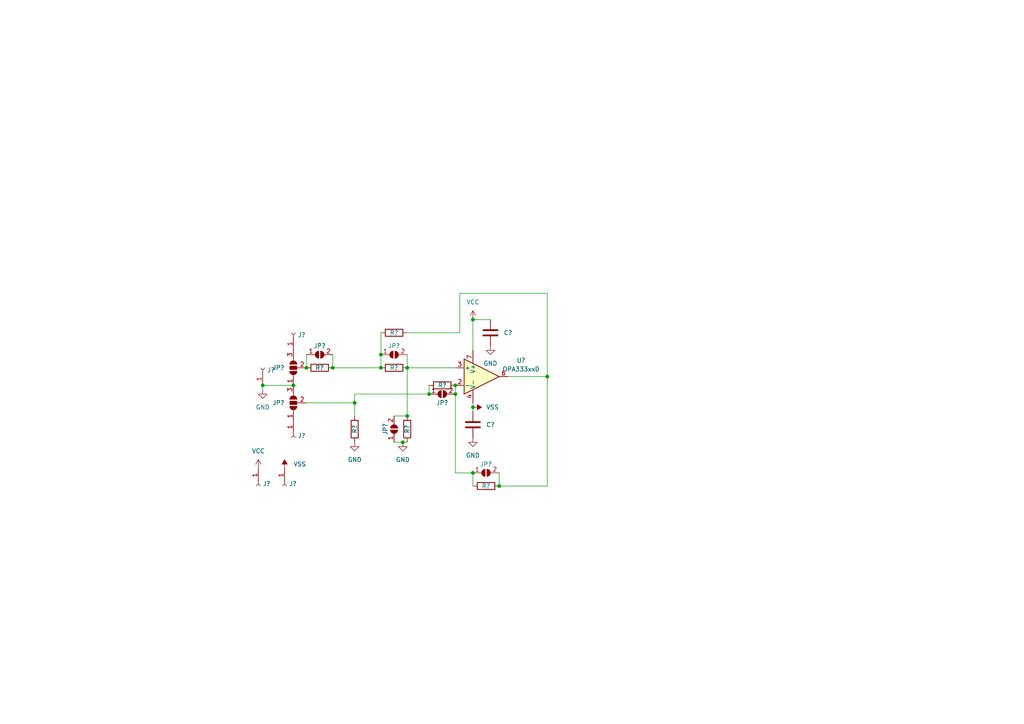
<source format=kicad_sch>
(kicad_sch (version 20211123) (generator eeschema)
  (paper "A4")
  (lib_symbols
    (symbol "Amplifier_Operational:OPA333xxD" (pin_names (offset 0.127))
      (property "Reference" "U" (at 0 6.35 0))
      (property "Value" "OPA333xxD" (at 0 3.81 0))
      (symbol "OPA333xxD_0_1"
        (polyline (pts (xy -5.08 5.08) (xy 5.08 0) (xy -5.08 -5.08) (xy -5.08 5.08)) (stroke (width 0.254)) (fill (type background)))
      )
      (symbol "OPA333xxD_1_1"
        (pin no_connect line (at -2.54 2.54 270) (length 2.54) hide (name "NC") (number "1"))
        (pin input line (at -7.62 -2.54 0) (length 2.54) (name "-") (number "2"))
        (pin input line (at -7.62 2.54 0) (length 2.54) (name "+") (number "3"))
        (pin power_in line (at -2.54 -7.62 90) (length 3.81) (name "V-") (number "4"))
        (pin no_connect line (at 0 2.54 270) (length 2.54) hide (name "NC") (number "5"))
        (pin output line (at 7.62 0 180) (length 2.54) (name "~") (number "6"))
        (pin power_in line (at -2.54 7.62 270) (length 3.81) (name "V+") (number "7"))
        (pin no_connect line (at 0 -2.54 90) (length 2.54) hide (name "NC") (number "8"))
      )
    )
    (symbol "Connector:Conn_01x01_Female" (pin_names (offset 1.016) hide)
      (property "Reference" "J" (at 0 2.54 0))
      (property "Value" "Conn_01x01_Female" (at 0 -2.54 0))
      (symbol "Conn_01x01_Female_1_1"
        (polyline (pts (xy -1.27 0) (xy -0.508 0)) (stroke (width 0.1524)))
        (arc (start 0 0.508) (mid -0.508 0) (end 0 -0.508) (stroke (width 0.1524)))
        (pin passive line (at -5.08 0 0) (length 3.81) (name "Pin_1") (number "1"))
      )
    )
    (symbol "Device:C" (pin_numbers hide) (pin_names (offset 0.254))
      (property "Reference" "C" (at 0.635 2.54 0))
      (property "Value" "C" (at 0.635 -2.54 0))
      (symbol "C_0_1"
        (polyline (pts (xy -2.032 -0.762) (xy 2.032 -0.762)) (stroke (width 0.508)))
        (polyline (pts (xy -2.032 0.762) (xy 2.032 0.762)) (stroke (width 0.508)))
      )
      (symbol "C_1_1"
        (pin passive line (at 0 3.81 270) (length 2.794) (name "~") (number "1"))
        (pin passive line (at 0 -3.81 90) (length 2.794) (name "~") (number "2"))
      )
    )
    (symbol "Device:R" (pin_numbers hide) (pin_names (offset 0))
      (property "Reference" "R" (at 2.032 0 90))
      (property "Value" "R" (at 0 0 90))
      (symbol "R_0_1"
        (rectangle (start -1.016 -2.54) (end 1.016 2.54) (stroke (width 0.254)))
      )
      (symbol "R_1_1"
        (pin passive line (at 0 3.81 270) (length 1.27) (name "~") (number "1"))
        (pin passive line (at 0 -3.81 90) (length 1.27) (name "~") (number "2"))
      )
    )
    (symbol "Jumper:SolderJumper_2_Open" (pin_names (offset 0) hide)
      (property "Reference" "JP" (at 0 2.032 0))
      (property "Value" "SolderJumper_2_Open" (at 0 -2.54 0))
      (symbol "SolderJumper_2_Open_0_1"
        (arc (start -0.254 1.016) (mid -1.27 0) (end -0.254 -1.016))
        (arc (start -0.254 1.016) (mid -1.27 0) (end -0.254 -1.016) (fill (type outline)))
        (polyline (pts (xy -0.254 1.016) (xy -0.254 -1.016)))
        (polyline (pts (xy 0.254 1.016) (xy 0.254 -1.016)))
        (arc (start 0.254 -1.016) (mid 1.27 0) (end 0.254 1.016))
        (arc (start 0.254 -1.016) (mid 1.27 0) (end 0.254 1.016) (fill (type outline)))
      )
      (symbol "SolderJumper_2_Open_1_1"
        (pin passive line (at -3.81 0 0) (length 2.54) (name "A") (number "1"))
        (pin passive line (at 3.81 0 180) (length 2.54) (name "B") (number "2"))
      )
    )
    (symbol "Jumper:SolderJumper_3_Open" (pin_names (offset 0) hide)
      (property "Reference" "JP" (at -2.54 -2.54 0))
      (property "Value" "SolderJumper_3_Open" (at 0 2.794 0))
      (symbol "SolderJumper_3_Open_0_1"
        (arc (start -1.016 1.016) (mid -2.032 0) (end -1.016 -1.016))
        (arc (start -1.016 1.016) (mid -2.032 0) (end -1.016 -1.016) (fill (type outline)))
        (rectangle (start -0.508 1.016) (end 0.508 -1.016) (fill (type outline)))
        (polyline (pts (xy -2.54 0) (xy -2.032 0)))
        (polyline (pts (xy -1.016 1.016) (xy -1.016 -1.016)))
        (polyline (pts (xy 0 -1.27) (xy 0 -1.016)))
        (polyline (pts (xy 1.016 1.016) (xy 1.016 -1.016)))
        (polyline (pts (xy 2.54 0) (xy 2.032 0)))
        (arc (start 1.016 -1.016) (mid 2.032 0) (end 1.016 1.016))
        (arc (start 1.016 -1.016) (mid 2.032 0) (end 1.016 1.016) (fill (type outline)))
      )
      (symbol "SolderJumper_3_Open_1_1"
        (pin passive line (at -5.08 0 0) (length 2.54) (name "A") (number "1"))
        (pin input line (at 0 -3.81 90) (length 2.54) (name "C") (number "2"))
        (pin passive line (at 5.08 0 180) (length 2.54) (name "B") (number "3"))
      )
    )
    (symbol "power:GND" (power) (pin_names (offset 0))
      (property "Value" "GND" (at 0 -3.81 0))
      (symbol "GND_0_1"
        (polyline (pts (xy 0 0) (xy 0 -1.27) (xy 1.27 -1.27) (xy 0 -2.54) (xy -1.27 -1.27) (xy 0 -1.27)))
      )
      (symbol "GND_1_1"
        (pin power_in line (at 0 0 270) (length 0) hide (name "GND") (number "1"))
      )
    )
    (symbol "power:VCC" (power) (pin_names (offset 0))
      (property "Value" "VCC" (at 0 3.81 0))
      (symbol "VCC_0_1"
        (polyline (pts (xy -0.762 1.27) (xy 0 2.54)))
        (polyline (pts (xy 0 0) (xy 0 2.54)))
        (polyline (pts (xy 0 2.54) (xy 0.762 1.27)))
      )
      (symbol "VCC_1_1"
        (pin power_in line (at 0 0 90) (length 0) hide (name "VCC") (number "1"))
      )
    )
    (symbol "power:VSS" (power) (pin_names (offset 0))
      (property "Value" "VSS" (at 0 3.81 0))
      (symbol "VSS_0_1"
        (polyline (pts (xy 0 0) (xy 0 2.54)))
        (polyline (pts (xy 0.762 1.27) (xy -0.762 1.27) (xy 0 2.54) (xy 0.762 1.27)) (fill (type outline)))
      )
      (symbol "VSS_1_1"
        (pin power_in line (at 0 0 90) (length 0) hide (name "VSS") (number "1"))
      )
    )
  )
  (junction (at 110.49 106.68))
  (junction (at 116.84 128.27))
  (junction (at 88.9 106.68))
  (junction (at 76.2 111.76))
  (junction (at 137.16 118.11))
  (junction (at 118.11 120.65))
  (junction (at 118.11 106.68))
  (junction (at 96.52 106.68))
  (junction (at 102.87 116.84))
  (junction (at 132.08 111.76))
  (junction (at 137.16 137.16))
  (junction (at 124.46 114.3))
  (junction (at 110.49 102.87))
  (junction (at 158.75 109.22))
  (junction (at 132.08 114.3))
  (junction (at 85.09 111.76))
  (junction (at 137.16 92.71))
  (junction (at 144.78 140.97))
  (wire (pts (xy 137.16 118.11) (xy 137.16 119.38)))
  (wire (pts (xy 102.87 116.84) (xy 102.87 114.3)))
  (wire (pts (xy 102.87 116.84) (xy 102.87 120.65)))
  (wire (pts (xy 110.49 96.52) (xy 110.49 102.87)))
  (wire (pts (xy 132.08 114.3) (xy 132.08 137.16)))
  (wire (pts (xy 158.75 85.09) (xy 133.35 85.09)))
  (wire (pts (xy 118.11 120.65) (xy 118.11 106.68)))
  (wire (pts (xy 132.08 111.76) (xy 132.08 114.3)))
  (wire (pts (xy 76.2 111.76) (xy 76.2 113.03)))
  (wire (pts (xy 137.16 116.84) (xy 137.16 118.11)))
  (wire (pts (xy 147.32 109.22) (xy 158.75 109.22)))
  (wire (pts (xy 114.3 128.27) (xy 116.84 128.27)))
  (wire (pts (xy 114.3 120.65) (xy 118.11 120.65)))
  (wire (pts (xy 118.11 102.87) (xy 118.11 106.68)))
  (wire (pts (xy 144.78 140.97) (xy 158.75 140.97)))
  (wire (pts (xy 116.84 128.27) (xy 118.11 128.27)))
  (wire (pts (xy 110.49 102.87) (xy 110.49 106.68)))
  (wire (pts (xy 88.9 116.84) (xy 102.87 116.84)))
  (wire (pts (xy 137.16 92.71) (xy 142.24 92.71)))
  (wire (pts (xy 144.78 137.16) (xy 144.78 140.97)))
  (wire (pts (xy 118.11 106.68) (xy 132.08 106.68)))
  (wire (pts (xy 158.75 109.22) (xy 158.75 140.97)))
  (wire (pts (xy 137.16 92.71) (xy 137.16 101.6)))
  (wire (pts (xy 132.08 137.16) (xy 137.16 137.16)))
  (wire (pts (xy 133.35 96.52) (xy 118.11 96.52)))
  (wire (pts (xy 96.52 106.68) (xy 110.49 106.68)))
  (wire (pts (xy 102.87 114.3) (xy 124.46 114.3)))
  (wire (pts (xy 96.52 102.87) (xy 96.52 106.68)))
  (wire (pts (xy 133.35 85.09) (xy 133.35 96.52)))
  (wire (pts (xy 124.46 111.76) (xy 124.46 114.3)))
  (wire (pts (xy 88.9 102.87) (xy 88.9 106.68)))
  (wire (pts (xy 158.75 109.22) (xy 158.75 85.09)))
  (wire (pts (xy 85.09 111.76) (xy 76.2 111.76)))
  (wire (pts (xy 137.16 137.16) (xy 137.16 140.97)))
  (symbol (lib_id "Device:R") (at 118.11 124.46 180) (unit 1)
    (property "Reference" "R?" (at 118.11 124.46 90))
    (property "Value" "R" (effects hide))
  )
  (symbol (lib_id "power:VSS") (at 137.16 118.11 270) (unit 1)
    (property "Reference" "#PWR?" (effects hide))
    (property "Value" "VSS" (at 140.97 118.1099 90) (effects (justify left)))
  )
  (symbol (lib_id "Device:R") (at 140.97 140.97 90) (unit 1)
    (property "Reference" "R?" (at 140.97 140.97 90))
    (property "Value" "R" (effects hide))
  )
  (symbol (lib_id "power:VCC") (at 74.93 135.89 0) (unit 1)
    (property "Reference" "#PWR?" (effects hide))
    (property "Value" "VCC" (at 74.93 130.81 0))
  )
  (symbol (lib_id "Connector:Conn_01x01_Female") (at 85.09 127 270) (unit 1)
    (property "Reference" "J?" (at 86.36 126.3649 90) (effects (justify left)))
    (property "Value" "Conn_01x01_Female" (effects hide))
  )
  (symbol (lib_id "Jumper:SolderJumper_3_Open") (at 85.09 116.84 90) (unit 1)
    (property "Reference" "JP?" (at 82.55 116.8399 90) (effects (justify left)))
    (property "Value" "SolderJumper_3_Open" (effects hide))
  )
  (symbol (lib_id "Device:R") (at 128.27 111.76 90) (unit 1)
    (property "Reference" "R?" (at 128.27 111.76 90))
    (property "Value" "R" (effects hide))
  )
  (symbol (lib_id "Jumper:SolderJumper_2_Open") (at 128.27 114.3 0) (unit 1)
    (property "Reference" "JP?" (at 128.27 116.84 0))
    (property "Value" "SolderJumper_2_Open" (effects hide))
  )
  (symbol (lib_id "Device:R") (at 114.3 96.52 90) (unit 1)
    (property "Reference" "R?" (at 114.3 96.52 90))
    (property "Value" "R" (effects hide))
  )
  (symbol (lib_id "Connector:Conn_01x01_Female") (at 76.2 106.68 90) (unit 1)
    (property "Reference" "J?" (at 77.47 107.3149 90) (effects (justify right)))
    (property "Value" "Conn_01x01_Female" (effects hide))
  )
  (symbol (lib_id "power:VCC") (at 137.16 92.71 0) (unit 1)
    (property "Reference" "#PWR?" (effects hide))
    (property "Value" "VCC" (at 137.16 87.63 0))
  )
  (symbol (lib_id "Jumper:SolderJumper_2_Open") (at 114.3 124.46 90) (unit 1)
    (property "Reference" "JP?" (at 111.76 124.46 0))
    (property "Value" "SolderJumper_2_Open" (effects hide))
  )
  (symbol (lib_id "Device:R") (at 102.87 124.46 180) (unit 1)
    (property "Reference" "R?" (at 102.87 124.46 90))
    (property "Value" "R" (effects hide))
  )
  (symbol (lib_id "Connector:Conn_01x01_Female") (at 85.09 96.52 90) (unit 1)
    (property "Reference" "J?" (at 86.36 97.1549 90) (effects (justify right)))
    (property "Value" "Conn_01x01_Female" (effects hide))
  )
  (symbol (lib_id "Jumper:SolderJumper_2_Open") (at 92.71 102.87 0) (unit 1)
    (property "Reference" "JP?" (at 92.71 100.33 0))
    (property "Value" "SolderJumper_2_Open" (effects hide))
  )
  (symbol (lib_id "Device:R") (at 92.71 106.68 90) (unit 1)
    (property "Reference" "R?" (at 92.71 106.68 90))
    (property "Value" "R" (effects hide))
  )
  (symbol (lib_id "power:GND") (at 116.84 128.27 0) (unit 1)
    (property "Reference" "#PWR?" (effects hide))
    (property "Value" "GND" (at 116.84 133.35 0))
  )
  (symbol (lib_id "Device:C") (at 137.16 123.19 180) (unit 1)
    (property "Reference" "C?" (at 140.97 123.1899 0) (effects (justify right)))
    (property "Value" "C" (effects hide))
  )
  (symbol (lib_id "Amplifier_Operational:OPA333xxD") (at 139.7 109.22 0) (unit 1)
    (property "Reference" "U?" (at 151.13 104.521 0))
    (property "Value" "OPA333xxD" (at 151.13 107.061 0))
    (property "Footprint" "Package_SO:SOIC-8_3.9x4.9mm_P1.27mm" (effects hide))
    (property "Datasheet" "http://www.ti.com/lit/ds/symlink/opa333.pdf" (effects hide))
  )
  (symbol (lib_id "Device:R") (at 114.3 106.68 90) (unit 1)
    (property "Reference" "R?" (at 114.3 106.68 90))
    (property "Value" "R" (effects hide))
  )
  (symbol (lib_id "power:GND") (at 76.2 113.03 0) (unit 1)
    (property "Reference" "#PWR?" (effects hide))
    (property "Value" "GND" (at 76.2 118.11 0))
  )
  (symbol (lib_id "Connector:Conn_01x01_Female") (at 74.93 140.97 270) (unit 1)
    (property "Reference" "J?" (at 76.2 140.3349 90) (effects (justify left)))
    (property "Value" "Conn_01x01_Female" (effects hide))
  )
  (symbol (lib_id "Jumper:SolderJumper_2_Open") (at 114.3 102.87 0) (unit 1)
    (property "Reference" "JP?" (at 114.3 100.33 0))
    (property "Value" "SolderJumper_2_Open" (effects hide))
  )
  (symbol (lib_id "power:GND") (at 102.87 128.27 0) (unit 1)
    (property "Reference" "#PWR?" (effects hide))
    (property "Value" "GND" (at 102.87 133.35 0))
  )
  (symbol (lib_id "power:GND") (at 137.16 127 0) (unit 1)
    (property "Reference" "#PWR?" (effects hide))
    (property "Value" "GND" (at 137.16 132.08 0))
  )
  (symbol (lib_id "Jumper:SolderJumper_3_Open") (at 85.09 106.68 90) (unit 1)
    (property "Reference" "JP?" (at 82.55 106.6799 90) (effects (justify left)))
    (property "Value" "SolderJumper_3_Open" (effects hide))
  )
  (symbol (lib_id "power:GND") (at 142.24 100.33 0) (unit 1)
    (property "Reference" "#PWR?" (effects hide))
    (property "Value" "GND" (at 142.24 105.41 0))
  )
  (symbol (lib_id "Device:C") (at 142.24 96.52 180) (unit 1)
    (property "Reference" "C?" (at 146.05 96.5199 0) (effects (justify right)))
    (property "Value" "C" (effects hide))
  )
  (symbol (lib_id "Jumper:SolderJumper_2_Open") (at 140.97 137.16 0) (unit 1)
    (property "Reference" "JP?" (at 140.97 134.62 0))
    (property "Value" "SolderJumper_2_Open" (effects hide))
  )
  (symbol (lib_id "Connector:Conn_01x01_Female") (at 82.55 140.97 270) (unit 1)
    (property "Reference" "J?" (at 83.82 140.3349 90) (effects (justify left)))
    (property "Value" "Conn_01x01_Female" (effects hide))
  )
  (symbol (lib_id "power:VSS") (at 82.55 135.89 0) (unit 1)
    (property "Reference" "#PWR?" (effects hide))
    (property "Value" "VSS" (at 85.09 134.6199 0) (effects (justify left)))
  )
)
</source>
